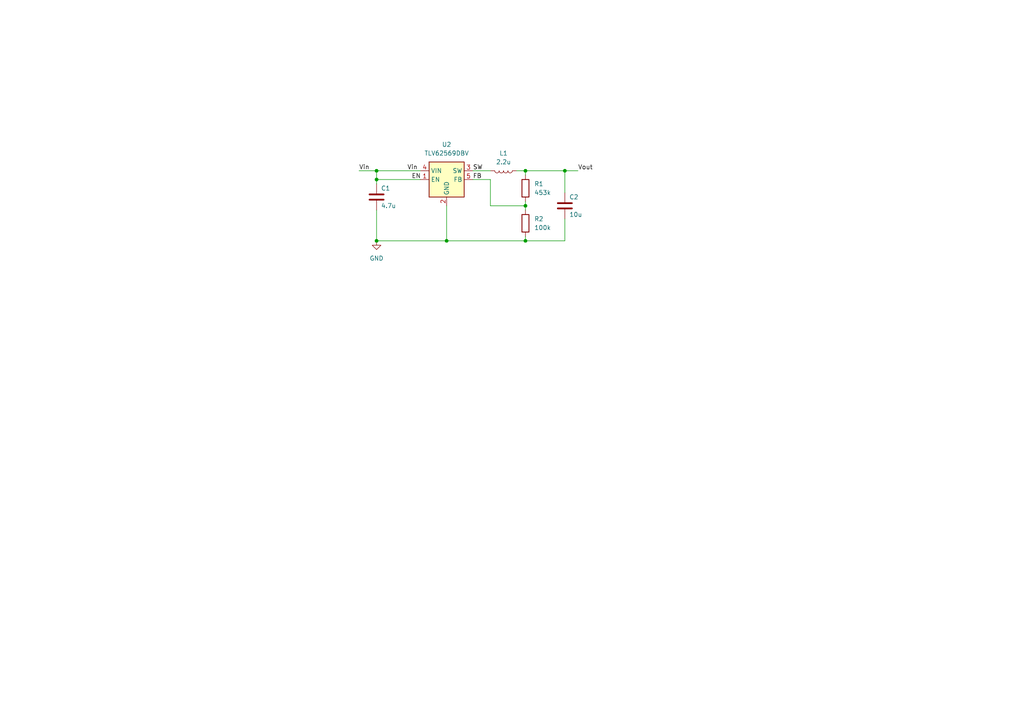
<source format=kicad_sch>
(kicad_sch (version 20230121) (generator eeschema)
  (paper "A4")
  (title_block (title "3.6-4.5V to 3.3V buck converter") (date "2023-09-01") (company "Regnum Technology"))
  (lib_symbols
    (symbol "Device:C" (pin_numbers hide) (pin_names (offset 0.254))
      (property "Reference" "C" (at 0.635 2.54 0))
      (property "Value" "C" (at 0.635 -2.54 0))
      (symbol "C_0_1"
        (polyline (pts (xy -2.032 -0.762) (xy 2.032 -0.762)) (stroke (width 0.508)))
        (polyline (pts (xy -2.032 0.762) (xy 2.032 0.762)) (stroke (width 0.508)))
      )
      (symbol "C_1_1"
        (pin passive line (at 0 3.81 270) (length 2.794) (name "~") (number "1"))
        (pin passive line (at 0 -3.81 90) (length 2.794) (name "~") (number "2"))
      )
    )
    (symbol "Device:L" (pin_numbers hide) (pin_names (offset 1.016) hide)
      (property "Reference" "L" (at -1.27 0 90))
      (property "Value" "L" (at 1.905 0 90))
      (symbol "L_0_1"
        (arc (start 0 -2.54) (mid 0.6323 -1.905) (end 0 -1.27))
        (arc (start 0 -1.27) (mid 0.6323 -0.635) (end 0 0))
        (arc (start 0 0) (mid 0.6323 0.635) (end 0 1.27))
        (arc (start 0 1.27) (mid 0.6323 1.905) (end 0 2.54))
      )
      (symbol "L_1_1"
        (pin passive line (at 0 3.81 270) (length 1.27) (name "1") (number "1"))
        (pin passive line (at 0 -3.81 90) (length 1.27) (name "2") (number "2"))
      )
    )
    (symbol "Device:R" (pin_numbers hide) (pin_names (offset 0))
      (property "Reference" "R" (at 2.032 0 90))
      (property "Value" "R" (at 0 0 90))
      (symbol "R_0_1"
        (rectangle (start -1.016 -2.54) (end 1.016 2.54) (stroke (width 0.254)))
      )
      (symbol "R_1_1"
        (pin passive line (at 0 3.81 270) (length 1.27) (name "~") (number "1"))
        (pin passive line (at 0 -3.81 90) (length 1.27) (name "~") (number "2"))
      )
    )
    (symbol "Regulator_Switching:TLV62569DBV"
      (property "Reference" "U" (at -5.08 6.35 0))
      (property "Value" "TLV62569DBV" (at 0 6.35 0))
      (symbol "TLV62569DBV_0_1"
        (rectangle (start -5.08 5.08) (end 5.08 -5.08) (stroke (width 0.254)) (fill (type background)))
      )
      (symbol "TLV62569DBV_1_1"
        (pin input line (at -7.62 0 0) (length 2.54) (name "EN") (number "1"))
        (pin power_in line (at 0 -7.62 90) (length 2.54) (name "GND") (number "2"))
        (pin power_out line (at 7.62 2.54 180) (length 2.54) (name "SW") (number "3"))
        (pin power_in line (at -7.62 2.54 0) (length 2.54) (name "VIN") (number "4"))
        (pin input line (at 7.62 0 180) (length 2.54) (name "FB") (number "5"))
      )
    )
    (symbol "power:GND" (power) (pin_names (offset 0))
      (property "Value" "GND" (at 0 -3.81 0))
      (symbol "GND_0_1"
        (polyline (pts (xy 0 0) (xy 0 -1.27) (xy 1.27 -1.27) (xy 0 -2.54) (xy -1.27 -1.27) (xy 0 -1.27)))
      )
      (symbol "GND_1_1"
        (pin power_in line (at 0 0 270) (length 0) hide (name "GND") (number "1"))
      )
    )
  )
  (junction (at 109.22 49.53))
  (junction (at 163.83 49.53))
  (junction (at 109.22 52.07))
  (junction (at 152.4 59.69))
  (junction (at 109.22 69.85))
  (junction (at 152.4 49.53))
  (junction (at 129.54 69.85))
  (junction (at 152.4 69.85))
  (wire (pts (xy 109.22 60.96) (xy 109.22 69.85)))
  (wire (pts (xy 142.24 59.69) (xy 142.24 52.07)))
  (wire (pts (xy 152.4 68.58) (xy 152.4 69.85)))
  (wire (pts (xy 152.4 59.69) (xy 152.4 60.96)))
  (wire (pts (xy 109.22 69.85) (xy 129.54 69.85)))
  (wire (pts (xy 109.22 52.07) (xy 109.22 53.34)))
  (wire (pts (xy 163.83 49.53) (xy 167.64 49.53)))
  (wire (pts (xy 104.14 49.53) (xy 109.22 49.53)))
  (wire (pts (xy 163.83 69.85) (xy 163.83 63.5)))
  (wire (pts (xy 137.16 49.53) (xy 142.24 49.53)))
  (wire (pts (xy 142.24 59.69) (xy 152.4 59.69)))
  (wire (pts (xy 149.86 49.53) (xy 152.4 49.53)))
  (wire (pts (xy 109.22 49.53) (xy 109.22 52.07)))
  (wire (pts (xy 163.83 49.53) (xy 163.83 55.88)))
  (wire (pts (xy 109.22 52.07) (xy 121.92 52.07)))
  (wire (pts (xy 129.54 59.69) (xy 129.54 69.85)))
  (wire (pts (xy 152.4 49.53) (xy 163.83 49.53)))
  (wire (pts (xy 152.4 69.85) (xy 129.54 69.85)))
  (wire (pts (xy 121.92 49.53) (xy 109.22 49.53)))
  (wire (pts (xy 152.4 49.53) (xy 152.4 50.8)))
  (wire (pts (xy 142.24 52.07) (xy 137.16 52.07)))
  (wire (pts (xy 152.4 69.85) (xy 163.83 69.85)))
  (wire (pts (xy 152.4 58.42) (xy 152.4 59.69)))
  (label "FB" (at 137.16 52.07 0))
  (label "EN" (at 119.38 52.07 0))
  (label "Vin" (at 104.14 49.53 0))
  (label "SW" (at 137.16 49.53 0))
  (label "Vout" (at 167.64 49.53 0))
  (label "Vin" (at 118.11 49.53 0))
  (symbol (lib_id "Device:C") (at 109.22 57.15 0) (unit 1)
    (property "Reference" "C1" (at 110.49 54.61 0) (effects (justify left)))
    (property "Value" "4.7u" (at 110.49 59.69 0) (effects (justify left)))
    (property "Footprint" "Capacitor_SMD:C_0402_1005Metric" (effects hide))
  )
  (symbol (lib_id "Device:R") (at 152.4 64.77 0) (unit 1)
    (property "Reference" "R2" (at 154.94 63.5 0) (effects (justify left)))
    (property "Value" "100k" (at 154.94 66.04 0) (effects (justify left)))
    (property "Footprint" "Resistor_SMD:R_0402_1005Metric" (effects hide))
  )
  (symbol (lib_id "Device:L") (at 146.05 49.53 270) (unit 1)
    (property "Reference" "L1" (at 146.05 44.45 90))
    (property "Value" "2.2u" (at 146.05 46.99 90))
    (property "Footprint" "Inductor_SMD:L_Chilisin_BMRB00050518-B" (effects hide))
  )
  (symbol (lib_id "Device:C") (at 163.83 59.69 0) (unit 1)
    (property "Reference" "C2" (at 165.1 57.15 0) (effects (justify left)))
    (property "Value" "10u" (at 165.1 62.23 0) (effects (justify left)))
    (property "Footprint" "Capacitor_SMD:C_0402_1005Metric" (effects hide))
  )
  (symbol (lib_id "power:GND") (at 109.22 69.85 0) (unit 1)
    (property "Reference" "#PWR01" (effects hide))
    (property "Value" "GND" (at 109.22 74.93 0))
  )
  (symbol (lib_id "Regulator_Switching:TLV62569DBV") (at 129.54 52.07 0) (unit 1)
    (property "Reference" "U2" (at 129.54 41.91 0))
    (property "Value" "TLV62569DBV" (at 129.54 44.45 0))
    (property "Footprint" "Package_TO_SOT_SMD:SOT-23-5" (effects hide))
    (property "Datasheet" "http://www.ti.com/lit/ds/symlink/tlv62569.pdf" (effects hide))
  )
  (symbol (lib_id "Device:R") (at 152.4 54.61 0) (unit 1)
    (property "Reference" "R1" (at 154.94 53.34 0) (effects (justify left)))
    (property "Value" "453k" (at 154.94 55.88 0) (effects (justify left)))
    (property "Footprint" "Resistor_SMD:R_0402_1005Metric" (effects hide))
  )
)
</source>
